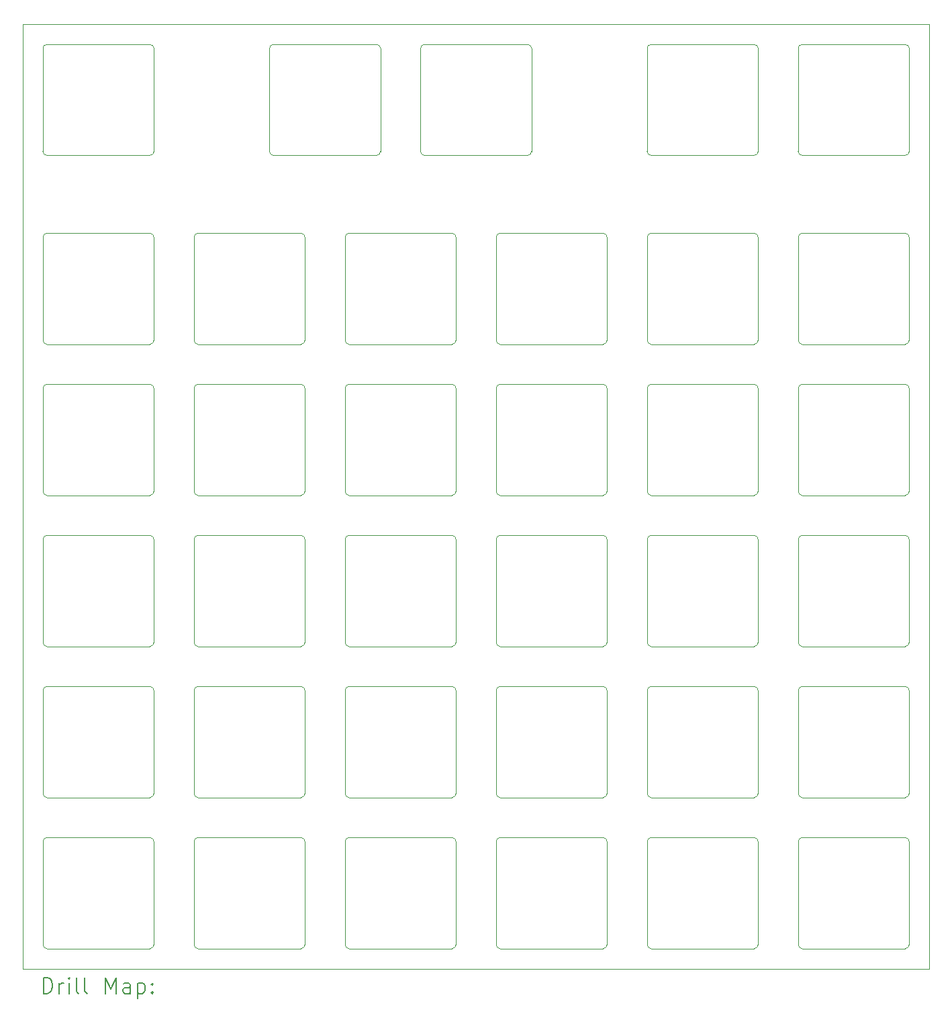
<source format=gbr>
%TF.GenerationSoftware,KiCad,Pcbnew,8.0.5*%
%TF.CreationDate,2024-10-08T22:33:31+02:00*%
%TF.ProjectId,plate,706c6174-652e-46b6-9963-61645f706362,rev?*%
%TF.SameCoordinates,Original*%
%TF.FileFunction,Drillmap*%
%TF.FilePolarity,Positive*%
%FSLAX45Y45*%
G04 Gerber Fmt 4.5, Leading zero omitted, Abs format (unit mm)*
G04 Created by KiCad (PCBNEW 8.0.5) date 2024-10-08 22:33:31*
%MOMM*%
%LPD*%
G01*
G04 APERTURE LIST*
%ADD10C,0.050000*%
%ADD11C,0.200000*%
G04 APERTURE END LIST*
D10*
X2381250Y-2381250D02*
X13811250Y-2381250D01*
X13811250Y-14287500D01*
X2381250Y-14287500D01*
X2381250Y-2381250D01*
X4538750Y-8875000D02*
X4538750Y-10175000D01*
X4588750Y-10225000D02*
X5888750Y-10225000D01*
X5888750Y-8825000D02*
X4588750Y-8825000D01*
X5938750Y-10175000D02*
X5938750Y-8875000D01*
X4538750Y-8875000D02*
G75*
G02*
X4588750Y-8825000I50000J0D01*
G01*
X4589026Y-10224888D02*
G75*
G02*
X4539026Y-10174888I0J50000D01*
G01*
X5888750Y-8825000D02*
G75*
G02*
X5938750Y-8875000I0J-50000D01*
G01*
X5938750Y-10175000D02*
G75*
G02*
X5888750Y-10225000I-50000J0D01*
G01*
X12158750Y-10780000D02*
X12158750Y-12080000D01*
X12208750Y-12130000D02*
X13508750Y-12130000D01*
X13508750Y-10730000D02*
X12208750Y-10730000D01*
X13558750Y-12080000D02*
X13558750Y-10780000D01*
X12158750Y-10780000D02*
G75*
G02*
X12208750Y-10730000I50000J0D01*
G01*
X12209026Y-12129888D02*
G75*
G02*
X12159026Y-12079888I0J50000D01*
G01*
X13508750Y-10730000D02*
G75*
G02*
X13558750Y-10780000I0J-50000D01*
G01*
X13558750Y-12080000D02*
G75*
G02*
X13508750Y-12130000I-50000J0D01*
G01*
X6443750Y-5065000D02*
X6443750Y-6365000D01*
X6493750Y-6415000D02*
X7793750Y-6415000D01*
X7793750Y-5015000D02*
X6493750Y-5015000D01*
X7843750Y-6365000D02*
X7843750Y-5065000D01*
X6443750Y-5065000D02*
G75*
G02*
X6493750Y-5015000I50000J0D01*
G01*
X6494026Y-6414888D02*
G75*
G02*
X6444026Y-6364888I0J50000D01*
G01*
X7793750Y-5015000D02*
G75*
G02*
X7843750Y-5065000I0J-50000D01*
G01*
X7843750Y-6365000D02*
G75*
G02*
X7793750Y-6415000I-50000J0D01*
G01*
X6443750Y-8875000D02*
X6443750Y-10175000D01*
X6493750Y-10225000D02*
X7793750Y-10225000D01*
X7793750Y-8825000D02*
X6493750Y-8825000D01*
X7843750Y-10175000D02*
X7843750Y-8875000D01*
X6443750Y-8875000D02*
G75*
G02*
X6493750Y-8825000I50000J0D01*
G01*
X6494026Y-10224888D02*
G75*
G02*
X6444026Y-10174888I0J50000D01*
G01*
X7793750Y-8825000D02*
G75*
G02*
X7843750Y-8875000I0J-50000D01*
G01*
X7843750Y-10175000D02*
G75*
G02*
X7793750Y-10225000I-50000J0D01*
G01*
X4538750Y-6970000D02*
X4538750Y-8270000D01*
X4588750Y-8320000D02*
X5888750Y-8320000D01*
X5888750Y-6920000D02*
X4588750Y-6920000D01*
X5938750Y-8270000D02*
X5938750Y-6970000D01*
X4538750Y-6970000D02*
G75*
G02*
X4588750Y-6920000I50000J0D01*
G01*
X4589026Y-8319888D02*
G75*
G02*
X4539026Y-8269888I0J50000D01*
G01*
X5888750Y-6920000D02*
G75*
G02*
X5938750Y-6970000I0J-50000D01*
G01*
X5938750Y-8270000D02*
G75*
G02*
X5888750Y-8320000I-50000J0D01*
G01*
X2633750Y-8875000D02*
X2633750Y-10175000D01*
X2683750Y-10225000D02*
X3983750Y-10225000D01*
X3983750Y-8825000D02*
X2683750Y-8825000D01*
X4033750Y-10175000D02*
X4033750Y-8875000D01*
X2633750Y-8875000D02*
G75*
G02*
X2683750Y-8825000I50000J0D01*
G01*
X2684026Y-10224888D02*
G75*
G02*
X2634026Y-10174888I0J50000D01*
G01*
X3983750Y-8825000D02*
G75*
G02*
X4033750Y-8875000I0J-50000D01*
G01*
X4033750Y-10175000D02*
G75*
G02*
X3983750Y-10225000I-50000J0D01*
G01*
X10253750Y-2683750D02*
X10253750Y-3983750D01*
X10303750Y-4033750D02*
X11603750Y-4033750D01*
X11603750Y-2633750D02*
X10303750Y-2633750D01*
X11653750Y-3983750D02*
X11653750Y-2683750D01*
X10253750Y-2683750D02*
G75*
G02*
X10303750Y-2633750I50000J0D01*
G01*
X10304026Y-4033638D02*
G75*
G02*
X10254026Y-3983638I0J50000D01*
G01*
X11603750Y-2633750D02*
G75*
G02*
X11653750Y-2683750I0J-50000D01*
G01*
X11653750Y-3983750D02*
G75*
G02*
X11603750Y-4033750I-50000J0D01*
G01*
X10253750Y-12685000D02*
X10253750Y-13985000D01*
X10303750Y-14035000D02*
X11603750Y-14035000D01*
X11603750Y-12635000D02*
X10303750Y-12635000D01*
X11653750Y-13985000D02*
X11653750Y-12685000D01*
X10253750Y-12685000D02*
G75*
G02*
X10303750Y-12635000I50000J0D01*
G01*
X10304026Y-14034888D02*
G75*
G02*
X10254026Y-13984888I0J50000D01*
G01*
X11603750Y-12635000D02*
G75*
G02*
X11653750Y-12685000I0J-50000D01*
G01*
X11653750Y-13985000D02*
G75*
G02*
X11603750Y-14035000I-50000J0D01*
G01*
X10253750Y-8875000D02*
X10253750Y-10175000D01*
X10303750Y-10225000D02*
X11603750Y-10225000D01*
X11603750Y-8825000D02*
X10303750Y-8825000D01*
X11653750Y-10175000D02*
X11653750Y-8875000D01*
X10253750Y-8875000D02*
G75*
G02*
X10303750Y-8825000I50000J0D01*
G01*
X10304026Y-10224888D02*
G75*
G02*
X10254026Y-10174888I0J50000D01*
G01*
X11603750Y-8825000D02*
G75*
G02*
X11653750Y-8875000I0J-50000D01*
G01*
X11653750Y-10175000D02*
G75*
G02*
X11603750Y-10225000I-50000J0D01*
G01*
X8348750Y-6970000D02*
X8348750Y-8270000D01*
X8398750Y-8320000D02*
X9698750Y-8320000D01*
X9698750Y-6920000D02*
X8398750Y-6920000D01*
X9748750Y-8270000D02*
X9748750Y-6970000D01*
X8348750Y-6970000D02*
G75*
G02*
X8398750Y-6920000I50000J0D01*
G01*
X8399026Y-8319888D02*
G75*
G02*
X8349026Y-8269888I0J50000D01*
G01*
X9698750Y-6920000D02*
G75*
G02*
X9748750Y-6970000I0J-50000D01*
G01*
X9748750Y-8270000D02*
G75*
G02*
X9698750Y-8320000I-50000J0D01*
G01*
X12158750Y-8875000D02*
X12158750Y-10175000D01*
X12208750Y-10225000D02*
X13508750Y-10225000D01*
X13508750Y-8825000D02*
X12208750Y-8825000D01*
X13558750Y-10175000D02*
X13558750Y-8875000D01*
X12158750Y-8875000D02*
G75*
G02*
X12208750Y-8825000I50000J0D01*
G01*
X12209026Y-10224888D02*
G75*
G02*
X12159026Y-10174888I0J50000D01*
G01*
X13508750Y-8825000D02*
G75*
G02*
X13558750Y-8875000I0J-50000D01*
G01*
X13558750Y-10175000D02*
G75*
G02*
X13508750Y-10225000I-50000J0D01*
G01*
X2633750Y-2683750D02*
X2633750Y-3983750D01*
X2683750Y-4033750D02*
X3983750Y-4033750D01*
X3983750Y-2633750D02*
X2683750Y-2633750D01*
X4033750Y-3983750D02*
X4033750Y-2683750D01*
X2633750Y-2683750D02*
G75*
G02*
X2683750Y-2633750I50000J0D01*
G01*
X2684026Y-4033638D02*
G75*
G02*
X2634026Y-3983638I0J50000D01*
G01*
X3983750Y-2633750D02*
G75*
G02*
X4033750Y-2683750I0J-50000D01*
G01*
X4033750Y-3983750D02*
G75*
G02*
X3983750Y-4033750I-50000J0D01*
G01*
X2633750Y-6970000D02*
X2633750Y-8270000D01*
X2683750Y-8320000D02*
X3983750Y-8320000D01*
X3983750Y-6920000D02*
X2683750Y-6920000D01*
X4033750Y-8270000D02*
X4033750Y-6970000D01*
X2633750Y-6970000D02*
G75*
G02*
X2683750Y-6920000I50000J0D01*
G01*
X2684026Y-8319888D02*
G75*
G02*
X2634026Y-8269888I0J50000D01*
G01*
X3983750Y-6920000D02*
G75*
G02*
X4033750Y-6970000I0J-50000D01*
G01*
X4033750Y-8270000D02*
G75*
G02*
X3983750Y-8320000I-50000J0D01*
G01*
X12158750Y-6970000D02*
X12158750Y-8270000D01*
X12208750Y-8320000D02*
X13508750Y-8320000D01*
X13508750Y-6920000D02*
X12208750Y-6920000D01*
X13558750Y-8270000D02*
X13558750Y-6970000D01*
X12158750Y-6970000D02*
G75*
G02*
X12208750Y-6920000I50000J0D01*
G01*
X12209026Y-8319888D02*
G75*
G02*
X12159026Y-8269888I0J50000D01*
G01*
X13508750Y-6920000D02*
G75*
G02*
X13558750Y-6970000I0J-50000D01*
G01*
X13558750Y-8270000D02*
G75*
G02*
X13508750Y-8320000I-50000J0D01*
G01*
X12158750Y-12685000D02*
X12158750Y-13985000D01*
X12208750Y-14035000D02*
X13508750Y-14035000D01*
X13508750Y-12635000D02*
X12208750Y-12635000D01*
X13558750Y-13985000D02*
X13558750Y-12685000D01*
X12158750Y-12685000D02*
G75*
G02*
X12208750Y-12635000I50000J0D01*
G01*
X12209026Y-14034888D02*
G75*
G02*
X12159026Y-13984888I0J50000D01*
G01*
X13508750Y-12635000D02*
G75*
G02*
X13558750Y-12685000I0J-50000D01*
G01*
X13558750Y-13985000D02*
G75*
G02*
X13508750Y-14035000I-50000J0D01*
G01*
X4538750Y-5065000D02*
X4538750Y-6365000D01*
X4588750Y-6415000D02*
X5888750Y-6415000D01*
X5888750Y-5015000D02*
X4588750Y-5015000D01*
X5938750Y-6365000D02*
X5938750Y-5065000D01*
X4538750Y-5065000D02*
G75*
G02*
X4588750Y-5015000I50000J0D01*
G01*
X4589026Y-6414888D02*
G75*
G02*
X4539026Y-6364888I0J50000D01*
G01*
X5888750Y-5015000D02*
G75*
G02*
X5938750Y-5065000I0J-50000D01*
G01*
X5938750Y-6365000D02*
G75*
G02*
X5888750Y-6415000I-50000J0D01*
G01*
X4538750Y-12685000D02*
X4538750Y-13985000D01*
X4588750Y-14035000D02*
X5888750Y-14035000D01*
X5888750Y-12635000D02*
X4588750Y-12635000D01*
X5938750Y-13985000D02*
X5938750Y-12685000D01*
X4538750Y-12685000D02*
G75*
G02*
X4588750Y-12635000I50000J0D01*
G01*
X4589026Y-14034888D02*
G75*
G02*
X4539026Y-13984888I0J50000D01*
G01*
X5888750Y-12635000D02*
G75*
G02*
X5938750Y-12685000I0J-50000D01*
G01*
X5938750Y-13985000D02*
G75*
G02*
X5888750Y-14035000I-50000J0D01*
G01*
X2633750Y-12685000D02*
X2633750Y-13985000D01*
X2683750Y-14035000D02*
X3983750Y-14035000D01*
X3983750Y-12635000D02*
X2683750Y-12635000D01*
X4033750Y-13985000D02*
X4033750Y-12685000D01*
X2633750Y-12685000D02*
G75*
G02*
X2683750Y-12635000I50000J0D01*
G01*
X2684026Y-14034888D02*
G75*
G02*
X2634026Y-13984888I0J50000D01*
G01*
X3983750Y-12635000D02*
G75*
G02*
X4033750Y-12685000I0J-50000D01*
G01*
X4033750Y-13985000D02*
G75*
G02*
X3983750Y-14035000I-50000J0D01*
G01*
X12158750Y-2683750D02*
X12158750Y-3983750D01*
X12208750Y-4033750D02*
X13508750Y-4033750D01*
X13508750Y-2633750D02*
X12208750Y-2633750D01*
X13558750Y-3983750D02*
X13558750Y-2683750D01*
X12158750Y-2683750D02*
G75*
G02*
X12208750Y-2633750I50000J0D01*
G01*
X12209026Y-4033638D02*
G75*
G02*
X12159026Y-3983638I0J50000D01*
G01*
X13508750Y-2633750D02*
G75*
G02*
X13558750Y-2683750I0J-50000D01*
G01*
X13558750Y-3983750D02*
G75*
G02*
X13508750Y-4033750I-50000J0D01*
G01*
X8348750Y-5065000D02*
X8348750Y-6365000D01*
X8398750Y-6415000D02*
X9698750Y-6415000D01*
X9698750Y-5015000D02*
X8398750Y-5015000D01*
X9748750Y-6365000D02*
X9748750Y-5065000D01*
X8348750Y-5065000D02*
G75*
G02*
X8398750Y-5015000I50000J0D01*
G01*
X8399026Y-6414888D02*
G75*
G02*
X8349026Y-6364888I0J50000D01*
G01*
X9698750Y-5015000D02*
G75*
G02*
X9748750Y-5065000I0J-50000D01*
G01*
X9748750Y-6365000D02*
G75*
G02*
X9698750Y-6415000I-50000J0D01*
G01*
X5491250Y-2683750D02*
X5491250Y-3983750D01*
X5541250Y-4033750D02*
X6841250Y-4033750D01*
X6841250Y-2633750D02*
X5541250Y-2633750D01*
X6891250Y-3983750D02*
X6891250Y-2683750D01*
X5491250Y-2683750D02*
G75*
G02*
X5541250Y-2633750I50000J0D01*
G01*
X5541526Y-4033638D02*
G75*
G02*
X5491526Y-3983638I0J50000D01*
G01*
X6841250Y-2633750D02*
G75*
G02*
X6891250Y-2683750I0J-50000D01*
G01*
X6891250Y-3983750D02*
G75*
G02*
X6841250Y-4033750I-50000J0D01*
G01*
X10253750Y-5065000D02*
X10253750Y-6365000D01*
X10303750Y-6415000D02*
X11603750Y-6415000D01*
X11603750Y-5015000D02*
X10303750Y-5015000D01*
X11653750Y-6365000D02*
X11653750Y-5065000D01*
X10253750Y-5065000D02*
G75*
G02*
X10303750Y-5015000I50000J0D01*
G01*
X10304026Y-6414888D02*
G75*
G02*
X10254026Y-6364888I0J50000D01*
G01*
X11603750Y-5015000D02*
G75*
G02*
X11653750Y-5065000I0J-50000D01*
G01*
X11653750Y-6365000D02*
G75*
G02*
X11603750Y-6415000I-50000J0D01*
G01*
X12158750Y-5065000D02*
X12158750Y-6365000D01*
X12208750Y-6415000D02*
X13508750Y-6415000D01*
X13508750Y-5015000D02*
X12208750Y-5015000D01*
X13558750Y-6365000D02*
X13558750Y-5065000D01*
X12158750Y-5065000D02*
G75*
G02*
X12208750Y-5015000I50000J0D01*
G01*
X12209026Y-6414888D02*
G75*
G02*
X12159026Y-6364888I0J50000D01*
G01*
X13508750Y-5015000D02*
G75*
G02*
X13558750Y-5065000I0J-50000D01*
G01*
X13558750Y-6365000D02*
G75*
G02*
X13508750Y-6415000I-50000J0D01*
G01*
X2633750Y-10780000D02*
X2633750Y-12080000D01*
X2683750Y-12130000D02*
X3983750Y-12130000D01*
X3983750Y-10730000D02*
X2683750Y-10730000D01*
X4033750Y-12080000D02*
X4033750Y-10780000D01*
X2633750Y-10780000D02*
G75*
G02*
X2683750Y-10730000I50000J0D01*
G01*
X2684026Y-12129888D02*
G75*
G02*
X2634026Y-12079888I0J50000D01*
G01*
X3983750Y-10730000D02*
G75*
G02*
X4033750Y-10780000I0J-50000D01*
G01*
X4033750Y-12080000D02*
G75*
G02*
X3983750Y-12130000I-50000J0D01*
G01*
X8348750Y-8875000D02*
X8348750Y-10175000D01*
X8398750Y-10225000D02*
X9698750Y-10225000D01*
X9698750Y-8825000D02*
X8398750Y-8825000D01*
X9748750Y-10175000D02*
X9748750Y-8875000D01*
X8348750Y-8875000D02*
G75*
G02*
X8398750Y-8825000I50000J0D01*
G01*
X8399026Y-10224888D02*
G75*
G02*
X8349026Y-10174888I0J50000D01*
G01*
X9698750Y-8825000D02*
G75*
G02*
X9748750Y-8875000I0J-50000D01*
G01*
X9748750Y-10175000D02*
G75*
G02*
X9698750Y-10225000I-50000J0D01*
G01*
X10253750Y-10780000D02*
X10253750Y-12080000D01*
X10303750Y-12130000D02*
X11603750Y-12130000D01*
X11603750Y-10730000D02*
X10303750Y-10730000D01*
X11653750Y-12080000D02*
X11653750Y-10780000D01*
X10253750Y-10780000D02*
G75*
G02*
X10303750Y-10730000I50000J0D01*
G01*
X10304026Y-12129888D02*
G75*
G02*
X10254026Y-12079888I0J50000D01*
G01*
X11603750Y-10730000D02*
G75*
G02*
X11653750Y-10780000I0J-50000D01*
G01*
X11653750Y-12080000D02*
G75*
G02*
X11603750Y-12130000I-50000J0D01*
G01*
X7396250Y-2683750D02*
X7396250Y-3983750D01*
X7446250Y-4033750D02*
X8746250Y-4033750D01*
X8746250Y-2633750D02*
X7446250Y-2633750D01*
X8796250Y-3983750D02*
X8796250Y-2683750D01*
X7396250Y-2683750D02*
G75*
G02*
X7446250Y-2633750I50000J0D01*
G01*
X7446526Y-4033638D02*
G75*
G02*
X7396526Y-3983638I0J50000D01*
G01*
X8746250Y-2633750D02*
G75*
G02*
X8796250Y-2683750I0J-50000D01*
G01*
X8796250Y-3983750D02*
G75*
G02*
X8746250Y-4033750I-50000J0D01*
G01*
X4538750Y-10780000D02*
X4538750Y-12080000D01*
X4588750Y-12130000D02*
X5888750Y-12130000D01*
X5888750Y-10730000D02*
X4588750Y-10730000D01*
X5938750Y-12080000D02*
X5938750Y-10780000D01*
X4538750Y-10780000D02*
G75*
G02*
X4588750Y-10730000I50000J0D01*
G01*
X4589026Y-12129888D02*
G75*
G02*
X4539026Y-12079888I0J50000D01*
G01*
X5888750Y-10730000D02*
G75*
G02*
X5938750Y-10780000I0J-50000D01*
G01*
X5938750Y-12080000D02*
G75*
G02*
X5888750Y-12130000I-50000J0D01*
G01*
X10253750Y-6970000D02*
X10253750Y-8270000D01*
X10303750Y-8320000D02*
X11603750Y-8320000D01*
X11603750Y-6920000D02*
X10303750Y-6920000D01*
X11653750Y-8270000D02*
X11653750Y-6970000D01*
X10253750Y-6970000D02*
G75*
G02*
X10303750Y-6920000I50000J0D01*
G01*
X10304026Y-8319888D02*
G75*
G02*
X10254026Y-8269888I0J50000D01*
G01*
X11603750Y-6920000D02*
G75*
G02*
X11653750Y-6970000I0J-50000D01*
G01*
X11653750Y-8270000D02*
G75*
G02*
X11603750Y-8320000I-50000J0D01*
G01*
X2633750Y-5065000D02*
X2633750Y-6365000D01*
X2683750Y-6415000D02*
X3983750Y-6415000D01*
X3983750Y-5015000D02*
X2683750Y-5015000D01*
X4033750Y-6365000D02*
X4033750Y-5065000D01*
X2633750Y-5065000D02*
G75*
G02*
X2683750Y-5015000I50000J0D01*
G01*
X2684026Y-6414888D02*
G75*
G02*
X2634026Y-6364888I0J50000D01*
G01*
X3983750Y-5015000D02*
G75*
G02*
X4033750Y-5065000I0J-50000D01*
G01*
X4033750Y-6365000D02*
G75*
G02*
X3983750Y-6415000I-50000J0D01*
G01*
X8348750Y-10780000D02*
X8348750Y-12080000D01*
X8398750Y-12130000D02*
X9698750Y-12130000D01*
X9698750Y-10730000D02*
X8398750Y-10730000D01*
X9748750Y-12080000D02*
X9748750Y-10780000D01*
X8348750Y-10780000D02*
G75*
G02*
X8398750Y-10730000I50000J0D01*
G01*
X8399026Y-12129888D02*
G75*
G02*
X8349026Y-12079888I0J50000D01*
G01*
X9698750Y-10730000D02*
G75*
G02*
X9748750Y-10780000I0J-50000D01*
G01*
X9748750Y-12080000D02*
G75*
G02*
X9698750Y-12130000I-50000J0D01*
G01*
X6443750Y-6970000D02*
X6443750Y-8270000D01*
X6493750Y-8320000D02*
X7793750Y-8320000D01*
X7793750Y-6920000D02*
X6493750Y-6920000D01*
X7843750Y-8270000D02*
X7843750Y-6970000D01*
X6443750Y-6970000D02*
G75*
G02*
X6493750Y-6920000I50000J0D01*
G01*
X6494026Y-8319888D02*
G75*
G02*
X6444026Y-8269888I0J50000D01*
G01*
X7793750Y-6920000D02*
G75*
G02*
X7843750Y-6970000I0J-50000D01*
G01*
X7843750Y-8270000D02*
G75*
G02*
X7793750Y-8320000I-50000J0D01*
G01*
X6443750Y-12685000D02*
X6443750Y-13985000D01*
X6493750Y-14035000D02*
X7793750Y-14035000D01*
X7793750Y-12635000D02*
X6493750Y-12635000D01*
X7843750Y-13985000D02*
X7843750Y-12685000D01*
X6443750Y-12685000D02*
G75*
G02*
X6493750Y-12635000I50000J0D01*
G01*
X6494026Y-14034888D02*
G75*
G02*
X6444026Y-13984888I0J50000D01*
G01*
X7793750Y-12635000D02*
G75*
G02*
X7843750Y-12685000I0J-50000D01*
G01*
X7843750Y-13985000D02*
G75*
G02*
X7793750Y-14035000I-50000J0D01*
G01*
X8348750Y-12685000D02*
X8348750Y-13985000D01*
X8398750Y-14035000D02*
X9698750Y-14035000D01*
X9698750Y-12635000D02*
X8398750Y-12635000D01*
X9748750Y-13985000D02*
X9748750Y-12685000D01*
X8348750Y-12685000D02*
G75*
G02*
X8398750Y-12635000I50000J0D01*
G01*
X8399026Y-14034888D02*
G75*
G02*
X8349026Y-13984888I0J50000D01*
G01*
X9698750Y-12635000D02*
G75*
G02*
X9748750Y-12685000I0J-50000D01*
G01*
X9748750Y-13985000D02*
G75*
G02*
X9698750Y-14035000I-50000J0D01*
G01*
X6443750Y-10780000D02*
X6443750Y-12080000D01*
X6493750Y-12130000D02*
X7793750Y-12130000D01*
X7793750Y-10730000D02*
X6493750Y-10730000D01*
X7843750Y-12080000D02*
X7843750Y-10780000D01*
X6443750Y-10780000D02*
G75*
G02*
X6493750Y-10730000I50000J0D01*
G01*
X6494026Y-12129888D02*
G75*
G02*
X6444026Y-12079888I0J50000D01*
G01*
X7793750Y-10730000D02*
G75*
G02*
X7843750Y-10780000I0J-50000D01*
G01*
X7843750Y-12080000D02*
G75*
G02*
X7793750Y-12130000I-50000J0D01*
G01*
D11*
X2639527Y-14601484D02*
X2639527Y-14401484D01*
X2639527Y-14401484D02*
X2687146Y-14401484D01*
X2687146Y-14401484D02*
X2715717Y-14411008D01*
X2715717Y-14411008D02*
X2734765Y-14430055D01*
X2734765Y-14430055D02*
X2744289Y-14449103D01*
X2744289Y-14449103D02*
X2753813Y-14487198D01*
X2753813Y-14487198D02*
X2753813Y-14515769D01*
X2753813Y-14515769D02*
X2744289Y-14553865D01*
X2744289Y-14553865D02*
X2734765Y-14572912D01*
X2734765Y-14572912D02*
X2715717Y-14591960D01*
X2715717Y-14591960D02*
X2687146Y-14601484D01*
X2687146Y-14601484D02*
X2639527Y-14601484D01*
X2839527Y-14601484D02*
X2839527Y-14468150D01*
X2839527Y-14506246D02*
X2849051Y-14487198D01*
X2849051Y-14487198D02*
X2858574Y-14477674D01*
X2858574Y-14477674D02*
X2877622Y-14468150D01*
X2877622Y-14468150D02*
X2896670Y-14468150D01*
X2963336Y-14601484D02*
X2963336Y-14468150D01*
X2963336Y-14401484D02*
X2953812Y-14411008D01*
X2953812Y-14411008D02*
X2963336Y-14420531D01*
X2963336Y-14420531D02*
X2972860Y-14411008D01*
X2972860Y-14411008D02*
X2963336Y-14401484D01*
X2963336Y-14401484D02*
X2963336Y-14420531D01*
X3087146Y-14601484D02*
X3068098Y-14591960D01*
X3068098Y-14591960D02*
X3058574Y-14572912D01*
X3058574Y-14572912D02*
X3058574Y-14401484D01*
X3191908Y-14601484D02*
X3172860Y-14591960D01*
X3172860Y-14591960D02*
X3163336Y-14572912D01*
X3163336Y-14572912D02*
X3163336Y-14401484D01*
X3420479Y-14601484D02*
X3420479Y-14401484D01*
X3420479Y-14401484D02*
X3487146Y-14544341D01*
X3487146Y-14544341D02*
X3553812Y-14401484D01*
X3553812Y-14401484D02*
X3553812Y-14601484D01*
X3734765Y-14601484D02*
X3734765Y-14496722D01*
X3734765Y-14496722D02*
X3725241Y-14477674D01*
X3725241Y-14477674D02*
X3706193Y-14468150D01*
X3706193Y-14468150D02*
X3668098Y-14468150D01*
X3668098Y-14468150D02*
X3649051Y-14477674D01*
X3734765Y-14591960D02*
X3715717Y-14601484D01*
X3715717Y-14601484D02*
X3668098Y-14601484D01*
X3668098Y-14601484D02*
X3649051Y-14591960D01*
X3649051Y-14591960D02*
X3639527Y-14572912D01*
X3639527Y-14572912D02*
X3639527Y-14553865D01*
X3639527Y-14553865D02*
X3649051Y-14534817D01*
X3649051Y-14534817D02*
X3668098Y-14525293D01*
X3668098Y-14525293D02*
X3715717Y-14525293D01*
X3715717Y-14525293D02*
X3734765Y-14515769D01*
X3830003Y-14468150D02*
X3830003Y-14668150D01*
X3830003Y-14477674D02*
X3849051Y-14468150D01*
X3849051Y-14468150D02*
X3887146Y-14468150D01*
X3887146Y-14468150D02*
X3906193Y-14477674D01*
X3906193Y-14477674D02*
X3915717Y-14487198D01*
X3915717Y-14487198D02*
X3925241Y-14506246D01*
X3925241Y-14506246D02*
X3925241Y-14563388D01*
X3925241Y-14563388D02*
X3915717Y-14582436D01*
X3915717Y-14582436D02*
X3906193Y-14591960D01*
X3906193Y-14591960D02*
X3887146Y-14601484D01*
X3887146Y-14601484D02*
X3849051Y-14601484D01*
X3849051Y-14601484D02*
X3830003Y-14591960D01*
X4010955Y-14582436D02*
X4020479Y-14591960D01*
X4020479Y-14591960D02*
X4010955Y-14601484D01*
X4010955Y-14601484D02*
X4001432Y-14591960D01*
X4001432Y-14591960D02*
X4010955Y-14582436D01*
X4010955Y-14582436D02*
X4010955Y-14601484D01*
X4010955Y-14477674D02*
X4020479Y-14487198D01*
X4020479Y-14487198D02*
X4010955Y-14496722D01*
X4010955Y-14496722D02*
X4001432Y-14487198D01*
X4001432Y-14487198D02*
X4010955Y-14477674D01*
X4010955Y-14477674D02*
X4010955Y-14496722D01*
M02*

</source>
